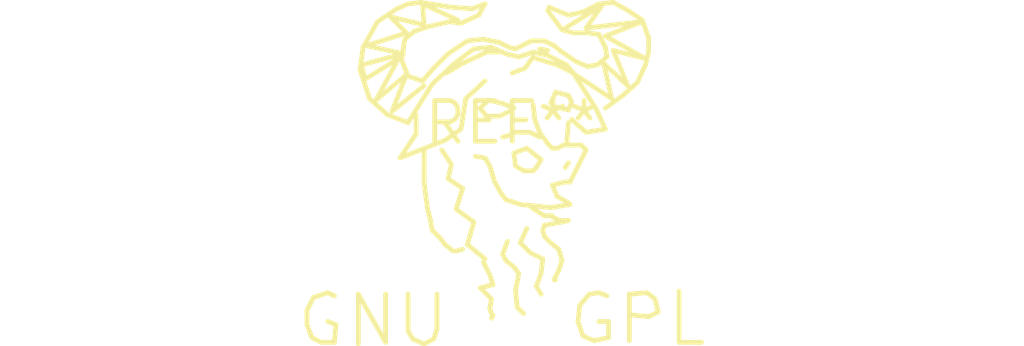
<source format=kicad_pcb>
(kicad_pcb (version 20240108) (generator pcbnew)
  (layers (0 "F.Cu" signal) (31 "B.Cu" signal) (34 "B.Paste" user) (35 "F.Paste" user) (36 "B.SilkS" user "B.Silkscreen") (37 "F.SilkS" user "F.Silkscreen") (38 "B.Mask" user) (39 "F.Mask" user) (44 "Edge.Cuts" user))
  (net 0 "")
  (footprint "Symbol_GNU-Logo_SilkscreenTop" (layer "F.Cu") (at 0 0)
    (property "Reference" "REF**")
    (property "Value" "Symbol_GNU-Logo_SilkscreenTop")
    (fp_line (start -6.4008 5.84962) (end -6.4008 6.2992) (layer "F.SilkS") (stroke (width 0.15)))
    (fp_line (start -6.4008 6.2992) (end -6.25094 6.70052) (layer "F.SilkS") (stroke (width 0.15)))
    (fp_line (start -6.25094 6.70052) (end -5.95122 6.85038) (layer "F.SilkS") (stroke (width 0.15)))
    (fp_line (start -6.20014 5.45084) (end -6.4008 5.84962) (layer "F.SilkS") (stroke (width 0.15)))
    (fp_line (start -5.95122 6.85038) (end -5.5499 6.85038) (layer "F.SilkS") (stroke (width 0.15)))
    (fp_line (start -5.75056 5.30098) (end -6.20014 5.45084) (layer "F.SilkS") (stroke (width 0.15)))
    (fp_line (start -5.5499 5.40004) (end -5.75056 5.30098) (layer "F.SilkS") (stroke (width 0.15)))
    (fp_line (start -5.5499 6.85038) (end -5.4991 6.2992) (layer "F.SilkS") (stroke (width 0.15)))
    (fp_line (start -5.4991 6.2992) (end -5.75056 6.20014) (layer "F.SilkS") (stroke (width 0.15)))
    (fp_line (start -4.8006 5.34924) (end -3.9497 6.85038) (layer "F.SilkS") (stroke (width 0.15)))
    (fp_line (start -4.8006 6.90118) (end -4.8006 5.34924) (layer "F.SilkS") (stroke (width 0.15)))
    (fp_line (start -4.7498 -1.651) (end -4.45008 -0.7493) (layer "F.SilkS") (stroke (width 0.15)))
    (fp_line (start -4.699 -1.80086) (end -3.40106 -2.14884) (layer "F.SilkS") (stroke (width 0.15)))
    (fp_line (start -4.65074 -2.3495) (end -4.7498 -1.651) (layer "F.SilkS") (stroke (width 0.15)))
    (fp_line (start -4.59994 -1.34874) (end -4.699 -1.80086) (layer "F.SilkS") (stroke (width 0.15)))
    (fp_line (start -4.54914 -2.4003) (end -3.29946 -2.79908) (layer "F.SilkS") (stroke (width 0.15)))
    (fp_line (start -4.45008 -0.7493) (end -3.8989 -0.24892) (layer "F.SilkS") (stroke (width 0.15)))
    (fp_line (start -4.24942 -0.70104) (end -3.55092 -1.99898) (layer "F.SilkS") (stroke (width 0.15)))
    (fp_line (start -4.20116 -3.1496) (end -4.65074 -2.3495) (layer "F.SilkS") (stroke (width 0.15)))
    (fp_line (start -3.9497 6.85038) (end -3.9497 5.34924) (layer "F.SilkS") (stroke (width 0.15)))
    (fp_line (start -3.8989 -0.24892) (end -3.2512 0) (layer "F.SilkS") (stroke (width 0.15)))
    (fp_line (start -3.79984 -3.29946) (end -2.75082 -3.05054) (layer "F.SilkS") (stroke (width 0.15)))
    (fp_line (start -3.74904 -0.35052) (end -3.29946 -1.50114) (layer "F.SilkS") (stroke (width 0.15)))
    (fp_line (start -3.59918 -3.55092) (end -4.20116 -3.1496) (layer "F.SilkS") (stroke (width 0.15)))
    (fp_line (start -3.55092 -1.99898) (end -4.59994 -1.34874) (layer "F.SilkS") (stroke (width 0.15)))
    (fp_line (start -3.50012 1.09982) (end -2.10058 0.55118) (layer "F.SilkS") (stroke (width 0.15)))
    (fp_line (start -3.44932 -1.95072) (end -3.35026 -2.60096) (layer "F.SilkS") (stroke (width 0.15)))
    (fp_line (start -3.40106 -2.14884) (end -4.54914 -2.4003) (layer "F.SilkS") (stroke (width 0.15)))
    (fp_line (start -3.35026 -2.60096) (end -3.05054 -2.84988) (layer "F.SilkS") (stroke (width 0.15)))
    (fp_line (start -3.29946 -2.79908) (end -3.79984 -3.29946) (layer "F.SilkS") (stroke (width 0.15)))
    (fp_line (start -3.29946 -1.50114) (end -4.24942 -0.70104) (layer "F.SilkS") (stroke (width 0.15)))
    (fp_line (start -3.2512 -3.70078) (end -3.59918 -3.55092) (layer "F.SilkS") (stroke (width 0.15)))
    (fp_line (start -3.2512 -1.45034) (end -3.44932 -1.95072) (layer "F.SilkS") (stroke (width 0.15)))
    (fp_line (start -3.2512 0) (end -2.49936 -1.19888) (layer "F.SilkS") (stroke (width 0.15)))
    (fp_line (start -3.2512 5.34924) (end -3.2512 6.49986) (layer "F.SilkS") (stroke (width 0.15)))
    (fp_line (start -3.2512 6.49986) (end -3.0988 6.74878) (layer "F.SilkS") (stroke (width 0.15)))
    (fp_line (start -3.0988 6.74878) (end -2.75082 6.90118) (layer "F.SilkS") (stroke (width 0.15)))
    (fp_line (start -3.05054 -2.84988) (end -2.60096 -2.99974) (layer "F.SilkS") (stroke (width 0.15)))
    (fp_line (start -2.99974 -0.24892) (end -2.99974 0.35052) (layer "F.SilkS") (stroke (width 0.15)))
    (fp_line (start -2.99974 0.35052) (end -3.50012 1.09982) (layer "F.SilkS") (stroke (width 0.15)))
    (fp_line (start -2.84988 -3.74904) (end -3.2512 -3.70078) (layer "F.SilkS") (stroke (width 0.15)))
    (fp_line (start -2.79908 -3.70078) (end -1.69926 -3.2004) (layer "F.SilkS") (stroke (width 0.15)))
    (fp_line (start -2.79908 -1.30048) (end -3.2512 -1.45034) (layer "F.SilkS") (stroke (width 0.15)))
    (fp_line (start -2.75082 -3.05054) (end -2.79908 -3.70078) (layer "F.SilkS") (stroke (width 0.15)))
    (fp_line (start -2.75082 -1.15062) (end -3.74904 -0.35052) (layer "F.SilkS") (stroke (width 0.15)))
    (fp_line (start -2.75082 1.34874) (end -2.75082 0.8509) (layer "F.SilkS") (stroke (width 0.15)))
    (fp_line (start -2.75082 1.84912) (end -2.75082 1.34874) (layer "F.SilkS") (stroke (width 0.15)))
    (fp_line (start -2.75082 6.90118) (end -2.4511 6.74878) (layer "F.SilkS") (stroke (width 0.15)))
    (fp_line (start -2.70002 2.25044) (end -2.75082 1.84912) (layer "F.SilkS") (stroke (width 0.15)))
    (fp_line (start -2.64922 2.64922) (end -2.70002 2.25044) (layer "F.SilkS") (stroke (width 0.15)))
    (fp_line (start -2.60096 -2.99974) (end -1.95072 -3.1496) (layer "F.SilkS") (stroke (width 0.15)))
    (fp_line (start -2.55016 3.05054) (end -2.64922 2.64922) (layer "F.SilkS") (stroke (width 0.15)))
    (fp_line (start -2.49936 -1.19888) (end -1.80086 -1.84912) (layer "F.SilkS") (stroke (width 0.15)))
    (fp_line (start -2.49936 3.35026) (end -2.55016 3.05054) (layer "F.SilkS") (stroke (width 0.15)))
    (fp_line (start -2.4511 -1.69926) (end -2.79908 -1.30048) (layer "F.SilkS") (stroke (width 0.15)))
    (fp_line (start -2.4511 6.74878) (end -2.3495 6.44906) (layer "F.SilkS") (stroke (width 0.15)))
    (fp_line (start -2.3495 6.44906) (end -2.3495 5.34924) (layer "F.SilkS") (stroke (width 0.15)))
    (fp_line (start -2.25044 3.59918) (end -2.49936 3.35026) (layer "F.SilkS") (stroke (width 0.15)))
    (fp_line (start -2.19964 0.8509) (end -1.89992 1.30048) (layer "F.SilkS") (stroke (width 0.15)))
    (fp_line (start -2.10058 0.55118) (end -1.6002 0.20066) (layer "F.SilkS") (stroke (width 0.15)))
    (fp_line (start -2.10058 3.79984) (end -2.25044 3.59918) (layer "F.SilkS") (stroke (width 0.15)))
    (fp_line (start -2.04978 -1.5494) (end -1.5494 -1.84912) (layer "F.SilkS") (stroke (width 0.15)))
    (fp_line (start -1.99898 -2.14884) (end -2.4511 -1.69926) (layer "F.SilkS") (stroke (width 0.15)))
    (fp_line (start -1.99898 1.75006) (end -1.5494 2.04978) (layer "F.SilkS") (stroke (width 0.15)))
    (fp_line (start -1.95072 -3.1496) (end -1.6002 -3.0988) (layer "F.SilkS") (stroke (width 0.15)))
    (fp_line (start -1.89992 -3.59918) (end -2.84988 -3.74904) (layer "F.SilkS") (stroke (width 0.15)))
    (fp_line (start -1.89992 1.30048) (end -1.99898 1.75006) (layer "F.SilkS") (stroke (width 0.15)))
    (fp_line (start -1.84912 4.0005) (end -2.10058 3.79984) (layer "F.SilkS") (stroke (width 0.15)))
    (fp_line (start -1.80086 -1.84912) (end -1.19888 -2.30124) (layer "F.SilkS") (stroke (width 0.15)))
    (fp_line (start -1.75006 2.70002) (end -1.19888 3.0988) (layer "F.SilkS") (stroke (width 0.15)))
    (fp_line (start -1.75006 4.0005) (end -1.5494 3.9497) (layer "F.SilkS") (stroke (width 0.15)))
    (fp_line (start -1.6002 -3.0988) (end -1.04902 -3.35026) (layer "F.SilkS") (stroke (width 0.15)))
    (fp_line (start -1.6002 0.20066) (end -1.45034 -0.7493) (layer "F.SilkS") (stroke (width 0.15)))
    (fp_line (start -1.5494 -1.84912) (end -0.8001 -2.19964) (layer "F.SilkS") (stroke (width 0.15)))
    (fp_line (start -1.5494 2.04978) (end -1.75006 2.70002) (layer "F.SilkS") (stroke (width 0.15)))
    (fp_line (start -1.45034 -0.7493) (end -0.8509 -1.30048) (layer "F.SilkS") (stroke (width 0.15)))
    (fp_line (start -1.39954 -2.55016) (end -1.99898 -2.14884) (layer "F.SilkS") (stroke (width 0.15)))
    (fp_line (start -1.39954 3.79984) (end -0.8509 4.24942) (layer "F.SilkS") (stroke (width 0.15)))
    (fp_line (start -1.24968 -3.55092) (end -1.89992 -3.59918) (layer "F.SilkS") (stroke (width 0.15)))
    (fp_line (start -1.19888 -2.30124) (end -0.65024 -2.3495) (layer "F.SilkS") (stroke (width 0.15)))
    (fp_line (start -1.19888 3.0988) (end -1.39954 3.79984) (layer "F.SilkS") (stroke (width 0.15)))
    (fp_line (start -1.04902 -3.35026) (end -0.8509 -3.70078) (layer "F.SilkS") (stroke (width 0.15)))
    (fp_line (start -1.00076 -0.44958) (end -0.8001 -0.20066) (layer "F.SilkS") (stroke (width 0.15)))
    (fp_line (start -1.00076 5.15112) (end -0.65024 5.4991) (layer "F.SilkS") (stroke (width 0.15)))
    (fp_line (start -0.89916 -2.60096) (end -1.39954 -2.55016) (layer "F.SilkS") (stroke (width 0.15)))
    (fp_line (start -0.89916 4.35102) (end -0.70104 4.7498) (layer "F.SilkS") (stroke (width 0.15)))
    (fp_line (start -0.8509 -3.70078) (end -1.24968 -3.55092) (layer "F.SilkS") (stroke (width 0.15)))
    (fp_line (start -0.8509 1.09982) (end -1.15062 1.04902) (layer "F.SilkS") (stroke (width 0.15)))
    (fp_line (start -0.8001 -2.19964) (end -0.44958 -2.19964) (layer "F.SilkS") (stroke (width 0.15)))
    (fp_line (start -0.8001 -0.20066) (end -0.39878 -0.20066) (layer "F.SilkS") (stroke (width 0.15)))
    (fp_line (start -0.7493 -0.70104) (end -1.00076 -0.44958) (layer "F.SilkS") (stroke (width 0.15)))
    (fp_line (start -0.70104 1.34874) (end -0.8509 1.09982) (layer "F.SilkS") (stroke (width 0.15)))
    (fp_line (start -0.70104 4.7498) (end -0.59944 5.04952) (layer "F.SilkS") (stroke (width 0.15)))
    (fp_line (start -0.70104 5.79882) (end -0.65024 5.95122) (layer "F.SilkS") (stroke (width 0.15)))
    (fp_line (start -0.65024 -2.3495) (end -0.20066 -2.14884) (layer "F.SilkS") (stroke (width 0.15)))
    (fp_line (start -0.65024 5.4991) (end -0.70104 5.79882) (layer "F.SilkS") (stroke (width 0.15)))
    (fp_line (start -0.59944 5.04952) (end -1.00076 5.15112) (layer "F.SilkS") (stroke (width 0.15)))
    (fp_line (start -0.59944 5.99948) (end -0.65024 6.10108) (layer "F.SilkS") (stroke (width 0.15)))
    (fp_line (start -0.55118 1.84912) (end -0.70104 1.34874) (layer "F.SilkS") (stroke (width 0.15)))
    (fp_line (start -0.39878 -2.49936) (end -0.89916 -2.60096) (layer "F.SilkS") (stroke (width 0.15)))
    (fp_line (start -0.39878 -0.20066) (end 0 -0.39878) (layer "F.SilkS") (stroke (width 0.15)))
    (fp_line (start -0.35052 2.19964) (end -0.55118 1.84912) (layer "F.SilkS") (stroke (width 0.15)))
    (fp_line (start -0.29972 -0.59944) (end -0.7493 -0.70104) (layer "F.SilkS") (stroke (width 0.15)))
    (fp_line (start -0.29972 4.09956) (end -0.20066 4.30022) (layer "F.SilkS") (stroke (width 0.15)))
    (fp_line (start -0.20066 -2.14884) (end 0.20066 -2.04978) (layer "F.SilkS") (stroke (width 0.15)))
    (fp_line (start -0.20066 2.4003) (end -0.35052 2.19964) (layer "F.SilkS") (stroke (width 0.15)))
    (fp_line (start -0.20066 4.30022) (end 0.0508 4.50088) (layer "F.SilkS") (stroke (width 0.15)))
    (fp_line (start -0.14986 3.70078) (end -0.29972 4.09956) (layer "F.SilkS") (stroke (width 0.15)))
    (fp_line (start -0.09906 -2.3495) (end -0.39878 -2.49936) (layer "F.SilkS") (stroke (width 0.15)))
    (fp_line (start -0.09906 0.39878) (end -0.29972 0.44958) (layer "F.SilkS") (stroke (width 0.15)))
    (fp_line (start 0 -1.5494) (end 0.39878 -1.69926) (layer "F.SilkS") (stroke (width 0.15)))
    (fp_line (start 0.0508 -0.44958) (end -0.29972 -0.59944) (layer "F.SilkS") (stroke (width 0.15)))
    (fp_line (start 0.0508 0.94996) (end 0.09906 1.34874) (layer "F.SilkS") (stroke (width 0.15)))
    (fp_line (start 0.0508 4.50088) (end 0.20066 4.699) (layer "F.SilkS") (stroke (width 0.15)))
    (fp_line (start 0.09906 -2.30124) (end -0.09906 -2.3495) (layer "F.SilkS") (stroke (width 0.15)))
    (fp_line (start 0.09906 0.29972) (end -0.09906 0.39878) (layer "F.SilkS") (stroke (width 0.15)))
    (fp_line (start 0.09906 1.34874) (end 0.35052 1.50114) (layer "F.SilkS") (stroke (width 0.15)))
    (fp_line (start 0.09906 5.19938) (end 0.14986 5.75056) (layer "F.SilkS") (stroke (width 0.15)))
    (fp_line (start 0.14986 5.00126) (end 0.09906 5.19938) (layer "F.SilkS") (stroke (width 0.15)))
    (fp_line (start 0.14986 5.75056) (end 0.35052 5.95122) (layer "F.SilkS") (stroke (width 0.15)))
    (fp_line (start 0.20066 -2.04978) (end 0.65024 -2.19964) (layer "F.SilkS") (stroke (width 0.15)))
    (fp_line (start 0.20066 4.699) (end 0.14986 5.00126) (layer "F.SilkS") (stroke (width 0.15)))
    (fp_line (start 0.24892 0.29972) (end 0.09906 0.29972) (layer "F.SilkS") (stroke (width 0.15)))
    (fp_line (start 0.24892 2.55016) (end -0.20066 2.4003) (layer "F.SilkS") (stroke (width 0.15)))
    (fp_line (start 0.24892 3.74904) (end 0.55118 4.04876) (layer "F.SilkS") (stroke (width 0.15)))
    (fp_line (start 0.35052 1.50114) (end 0.65024 1.50114) (layer "F.SilkS") (stroke (width 0.15)))
    (fp_line (start 0.39878 -1.69926) (end 0.65024 -2.04978) (layer "F.SilkS") (stroke (width 0.15)))
    (fp_line (start 0.44958 0.8001) (end 0.0508 0.94996) (layer "F.SilkS") (stroke (width 0.15)))
    (fp_line (start 0.44958 3.29946) (end 0.24892 3.74904) (layer "F.SilkS") (stroke (width 0.15)))
    (fp_line (start 0.55118 0.29972) (end 0.24892 0.29972) (layer "F.SilkS") (stroke (width 0.15)))
    (fp_line (start 0.55118 4.04876) (end 0.94996 4.24942) (layer "F.SilkS") (stroke (width 0.15)))
    (fp_line (start 0.59944 -2.55016) (end 0.09906 -2.30124) (layer "F.SilkS") (stroke (width 0.15)))
    (fp_line (start 0.59944 2.64922) (end 1.00076 2.90068) (layer "F.SilkS") (stroke (width 0.15)))
    (fp_line (start 0.65024 -2.19964) (end 1.09982 -2.10058) (layer "F.SilkS") (stroke (width 0.15)))
    (fp_line (start 0.65024 -0.55118) (end 0.70104 -0.09906) (layer "F.SilkS") (stroke (width 0.15)))
    (fp_line (start 0.65024 1.50114) (end 0.7493 1.39954) (layer "F.SilkS") (stroke (width 0.15)))
    (fp_line (start 0.70104 -0.09906) (end 0.8509 0.29972) (layer "F.SilkS") (stroke (width 0.15)))
    (fp_line (start 0.7493 -1.99898) (end 1.39954 -1.80086) (layer "F.SilkS") (stroke (width 0.15)))
    (fp_line (start 0.7493 1.39954) (end 0.89916 1.15062) (layer "F.SilkS") (stroke (width 0.15)))
    (fp_line (start 0.7493 2.60096) (end 0.24892 2.55016) (layer "F.SilkS") (stroke (width 0.15)))
    (fp_line (start 0.7493 5.10032) (end 0.89916 5.34924) (layer "F.SilkS") (stroke (width 0.15)))
    (fp_line (start 0.8509 -2.30124) (end 1.09982 -2.25044) (layer "F.SilkS") (stroke (width 0.15)))
    (fp_line (start 0.8509 0.29972) (end 0.94996 0.44958) (layer "F.SilkS") (stroke (width 0.15)))
    (fp_line (start 0.8509 0.44958) (end 0.55118 0.29972) (layer "F.SilkS") (stroke (width 0.15)))
    (fp_line (start 0.89916 1.15062) (end 0.44958 0.8001) (layer "F.SilkS") (stroke (width 0.15)))
    (fp_line (start 0.89916 4.699) (end 0.7493 5.10032) (layer "F.SilkS") (stroke (width 0.15)))
    (fp_line (start 0.94996 3.35026) (end 1.00076 3.55092) (layer "F.SilkS") (stroke (width 0.15)))
    (fp_line (start 0.94996 4.24942) (end 0.89916 4.699) (layer "F.SilkS") (stroke (width 0.15)))
    (fp_line (start 1.00076 -2.55016) (end 0.59944 -2.55016) (layer "F.SilkS") (stroke (width 0.15)))
    (fp_line (start 1.00076 0.50038) (end 1.09982 0.65024) (layer "F.SilkS") (stroke (width 0.15)))
    (fp_line (start 1.00076 2.90068) (end 1.24968 2.90068) (layer "F.SilkS") (stroke (width 0.15)))
    (fp_line (start 1.00076 3.2004) (end 0.94996 3.35026) (layer "F.SilkS") (stroke (width 0.15)))
    (fp_line (start 1.00076 3.55092) (end 1.19888 3.74904) (layer "F.SilkS") (stroke (width 0.15)))
    (fp_line (start 1.09982 -3.50012) (end 1.5494 -2.90068) (layer "F.SilkS") (stroke (width 0.15)))
    (fp_line (start 1.09982 -2.10058) (end 1.69926 -1.80086) (layer "F.SilkS") (stroke (width 0.15)))
    (fp_line (start 1.09982 0.65024) (end 1.24968 0.8001) (layer "F.SilkS") (stroke (width 0.15)))
    (fp_line (start 1.15062 -3.59918) (end 1.75006 -3.35026) (layer "F.SilkS") (stroke (width 0.15)))
    (fp_line (start 1.19888 -0.59944) (end 1.34874 -0.94996) (layer "F.SilkS") (stroke (width 0.15)))
    (fp_line (start 1.19888 2.64922) (end 0.7493 2.60096) (layer "F.SilkS") (stroke (width 0.15)))
    (fp_line (start 1.19888 3.74904) (end 1.45034 3.9497) (layer "F.SilkS") (stroke (width 0.15)))
    (fp_line (start 1.24968 0.8001) (end 1.39954 0.8001) (layer "F.SilkS") (stroke (width 0.15)))
    (fp_line (start 1.24968 1.95072) (end 1.39954 2.30124) (layer "F.SilkS") (stroke (width 0.15)))
    (fp_line (start 1.24968 2.94894) (end 1.50114 3.05054) (layer "F.SilkS") (stroke (width 0.15)))
    (fp_line (start 1.30048 -2.4003) (end 1.00076 -2.55016) (layer "F.SilkS") (stroke (width 0.15)))
    (fp_line (start 1.30048 4.89966) (end 1.34874 4.89966) (layer "F.SilkS") (stroke (width 0.15)))
    (fp_line (start 1.34874 -0.94996) (end 1.75006 -0.8509) (layer "F.SilkS") (stroke (width 0.15)))
    (fp_line (start 1.39954 -1.80086) (end 1.80086 -1.6002) (layer "F.SilkS") (stroke (width 0.15)))
    (fp_line (start 1.39954 0.8001) (end 1.6002 0.70104) (layer "F.SilkS") (stroke (width 0.15)))
    (fp_line (start 1.39954 2.30124) (end 1.75006 2.49936) (layer "F.SilkS") (stroke (width 0.15)))
    (fp_line (start 1.45034 3.9497) (end 1.5494 4.30022) (layer "F.SilkS") (stroke (width 0.15)))
    (fp_line (start 1.45034 4.59994) (end 1.30048 4.89966) (layer "F.SilkS") (stroke (width 0.15)))
    (fp_line (start 1.50114 3.05054) (end 1.75006 3.05054) (layer "F.SilkS") (stroke (width 0.15)))
    (fp_line (start 1.5494 -2.90068) (end 1.89992 -2.79908) (layer "F.SilkS") (stroke (width 0.15)))
    (fp_line (start 1.5494 -2.19964) (end 1.30048 -2.4003) (layer "F.SilkS") (stroke (width 0.15)))
    (fp_line (start 1.5494 3.0988) (end 1.00076 3.2004) (layer "F.SilkS") (stroke (width 0.15)))
    (fp_line (start 1.5494 4.30022) (end 1.45034 4.59994) (layer "F.SilkS") (stroke (width 0.15)))
    (fp_line (start 1.6002 0.70104) (end 1.80086 0.70104) (layer "F.SilkS") (stroke (width 0.15)))
    (fp_line (start 1.651 1.84912) (end 1.24968 1.95072) (layer "F.SilkS") (stroke (width 0.15)))
    (fp_line (start 1.69926 -1.80086) (end 1.89992 -1.5494) (layer "F.SilkS") (stroke (width 0.15)))
    (fp_line (start 1.75006 -3.35026) (end 2.19964 -3.44932) (layer "F.SilkS") (stroke (width 0.15)))
    (fp_line (start 1.75006 -0.8509) (end 1.84912 -0.65024) (layer "F.SilkS") (stroke (width 0.15)))
    (fp_line (start 1.75006 -0.39878) (end 1.30048 -0.50038) (layer "F.SilkS") (stroke (width 0.15)))
    (fp_line (start 1.75006 0) (end 1.69926 0.65024) (layer "F.SilkS") (stroke (width 0.15)))
    (fp_line (start 1.75006 0.70104) (end 2.14884 0.70104) (layer "F.SilkS") (stroke (width 0.15)))
    (fp_line (start 1.75006 1.24968) (end 1.651 1.39954) (layer "F.SilkS") (stroke (width 0.15)))
    (fp_line (start 1.75006 3.05054) (end 1.5494 3.0988) (layer "F.SilkS") (stroke (width 0.15)))
    (fp_line (start 1.80086 -1.6002) (end 3.0988 -0.7493) (layer "F.SilkS") (stroke (width 0.15)))
    (fp_line (start 1.80086 1.84912) (end 1.651 1.84912) (layer "F.SilkS") (stroke (width 0.15)))
    (fp_line (start 1.80086 2.55016) (end 1.19888 2.64922) (layer "F.SilkS") (stroke (width 0.15)))
    (fp_line (start 1.84912 -0.65024) (end 1.75006 -0.39878) (layer "F.SilkS") (stroke (width 0.15)))
    (fp_line (start 1.89992 -2.79908) (end 2.3495 -2.79908) (layer "F.SilkS") (stroke (width 0.15)))
    (fp_line (start 1.89992 -1.5494) (end 2.60096 -0.44958) (layer "F.SilkS") (stroke (width 0.15)))
    (fp_line (start 1.99898 -1.89992) (end 1.5494 -2.19964) (layer "F.SilkS") (stroke (width 0.15)))
    (fp_line (start 2.04978 6.20014) (end 2.19964 6.64972) (layer "F.SilkS") (stroke (width 0.15)))
    (fp_line (start 2.10058 5.69976) (end 2.04978 6.20014) (layer "F.SilkS") (stroke (width 0.15)))
    (fp_line (start 2.14884 0.70104) (end 2.30124 0.8509) (layer "F.SilkS") (stroke (width 0.15)))
    (fp_line (start 2.19964 -3.44932) (end 2.70002 -3.70078) (layer "F.SilkS") (stroke (width 0.15)))
    (fp_line (start 2.19964 6.64972) (end 2.55016 6.79958) (layer "F.SilkS") (stroke (width 0.15)))
    (fp_line (start 2.30124 -2.94894) (end 2.79908 -3.64998) (layer "F.SilkS") (stroke (width 0.15)))
    (fp_line (start 2.30124 0.29972) (end 1.84912 -0.09906) (layer "F.SilkS") (stroke (width 0.15)))
    (fp_line (start 2.30124 0.8509) (end 1.80086 1.84912) (layer "F.SilkS") (stroke (width 0.15)))
    (fp_line (start 2.3495 -2.79908) (end 2.70002 -2.75082) (layer "F.SilkS") (stroke (width 0.15)))
    (fp_line (start 2.3495 -1.75006) (end 1.99898 -1.89992) (layer "F.SilkS") (stroke (width 0.15)))
    (fp_line (start 2.4003 5.34924) (end 2.10058 5.69976) (layer "F.SilkS") (stroke (width 0.15)))
    (fp_line (start 2.55016 6.79958) (end 2.99974 6.70052) (layer "F.SilkS") (stroke (width 0.15)))
    (fp_line (start 2.60096 -0.44958) (end 2.90068 0.20066) (layer "F.SilkS") (stroke (width 0.15)))
    (fp_line (start 2.64922 -1.80086) (end 2.3495 -1.75006) (layer "F.SilkS") (stroke (width 0.15)))
    (fp_line (start 2.70002 -3.70078) (end 3.1496 -3.74904) (layer "F.SilkS") (stroke (width 0.15)))
    (fp_line (start 2.70002 -2.75082) (end 2.90068 -2.3495) (layer "F.SilkS") (stroke (width 0.15)))
    (fp_line (start 2.70002 5.30098) (end 2.4003 5.34924) (layer "F.SilkS") (stroke (width 0.15)))
    (fp_line (start 2.79908 -3.64998) (end 1.651 -2.94894) (layer "F.SilkS") (stroke (width 0.15)))
    (fp_line (start 2.84988 -1.84912) (end 3.59918 -1.15062) (layer "F.SilkS") (stroke (width 0.15)))
    (fp_line (start 2.90068 -2.70002) (end 4.04876 -3.1496) (layer "F.SilkS") (stroke (width 0.15)))
    (fp_line (start 2.90068 -2.3495) (end 2.94894 -2.04978) (layer "F.SilkS") (stroke (width 0.15)))
    (fp_line (start 2.90068 0.20066) (end 2.30124 0.29972) (layer "F.SilkS") (stroke (width 0.15)))
    (fp_line (start 2.94894 -2.04978) (end 2.64922 -1.80086) (layer "F.SilkS") (stroke (width 0.15)))
    (fp_line (start 2.94894 5.40004) (end 2.70002 5.30098) (layer "F.SilkS") (stroke (width 0.15)))
    (fp_line (start 2.99974 6.20014) (end 2.70002 6.20014) (layer "F.SilkS") (stroke (width 0.15)))
    (fp_line (start 2.99974 6.70052) (end 2.99974 6.20014) (layer "F.SilkS") (stroke (width 0.15)))
    (fp_line (start 3.0988 -0.7493) (end 2.84988 -1.84912) (layer "F.SilkS") (stroke (width 0.15)))
    (fp_line (start 3.1496 -3.74904) (end 3.59918 -3.50012) (layer "F.SilkS") (stroke (width 0.15)))
    (fp_line (start 3.1496 -2.25044) (end 4.15036 -1.99898) (layer "F.SilkS") (stroke (width 0.15)))
    (fp_line (start 3.44932 -0.8509) (end 2.90068 -0.44958) (layer "F.SilkS") (stroke (width 0.15)))
    (fp_line (start 3.59918 -3.50012) (end 4.04876 -3.2004) (layer "F.SilkS") (stroke (width 0.15)))
    (fp_line (start 3.59918 -1.15062) (end 3.1496 -2.25044) (layer "F.SilkS") (stroke (width 0.15)))
    (fp_line (start 3.64998 5.34924) (end 4.20116 5.30098) (layer "F.SilkS") (stroke (width 0.15)))
    (fp_line (start 3.64998 6.79958) (end 3.64998 5.34924) (layer "F.SilkS") (stroke (width 0.15)))
    (fp_line (start 3.8989 -1.24968) (end 3.44932 -0.8509) (layer "F.SilkS") (stroke (width 0.15)))
    (fp_line (start 4.04876 -3.2004) (end 4.24942 -2.64922) (layer "F.SilkS") (stroke (width 0.15)))
    (fp_line (start 4.04876 -3.1496) (end 2.30124 -2.94894) (layer "F.SilkS") (stroke (width 0.15)))
    (fp_line (start 4.15036 -1.99898) (end 2.90068 -2.70002) (layer "F.SilkS") (stroke (width 0.15)))
    (fp_line (start 4.15036 -1.80086) (end 3.8989 -1.24968) (layer "F.SilkS") (stroke (width 0.15)))
    (fp_line (start 4.20116 5.30098) (end 4.45008 5.4991) (layer "F.SilkS") (stroke (width 0.15)))
    (fp_line (start 4.24942 -2.64922) (end 4.24942 -2.19964) (layer "F.SilkS") (stroke (width 0.15)))
    (fp_line (start 4.24942 -2.19964) (end 4.15036 -1.80086) (layer "F.SilkS") (stroke (width 0.15)))
    (fp_line (start 4.24942 6.05028) (end 3.74904 5.99948) (layer "F.SilkS") (stroke (width 0.15)))
    (fp_line (start 4.45008 5.4991) (end 4.54914 5.90042) (layer "F.SilkS") (stroke (width 0.15)))
    (fp_line (start 4.54914 5.90042) (end 4.24942 6.05028) (layer "F.SilkS") (stroke (width 0.15)))
    (fp_line (start 5.19938 5.25018) (end 5.19938 6.85038) (layer "F.SilkS") (stroke (width 0.15)))
    (fp_line (start 5.19938 6.85038) (end 5.90042 6.85038) (layer "F.SilkS") (stroke (width 0.15)))
  )
)
</source>
